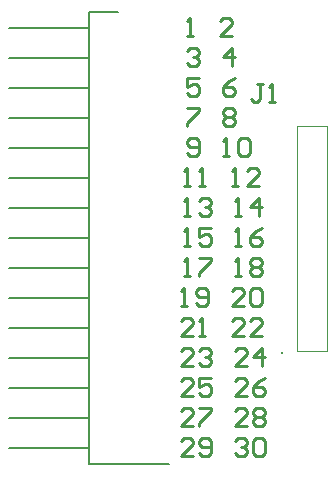
<source format=gto>
G04 Layer_Color=65535*
%FSLAX25Y25*%
%MOIN*%
G70*
G01*
G75*
%ADD10C,0.01000*%
%ADD15C,0.00787*%
%ADD16C,0.00394*%
%ADD17C,0.00787*%
D10*
X57749Y129848D02*
X55749D01*
X56749D01*
Y124850D01*
X55749Y123850D01*
X54750D01*
X53750Y124850D01*
X59748Y123850D02*
X61747D01*
X60748D01*
Y129848D01*
X59748Y128848D01*
X32500Y146000D02*
X34499D01*
X33500D01*
Y151998D01*
X32500Y150998D01*
X47495Y146000D02*
X43496D01*
X47495Y149999D01*
Y150998D01*
X46496Y151998D01*
X44496D01*
X43496Y150998D01*
X32500Y140998D02*
X33500Y141998D01*
X35499D01*
X36499Y140998D01*
Y139999D01*
X35499Y138999D01*
X34499D01*
X35499D01*
X36499Y137999D01*
Y137000D01*
X35499Y136000D01*
X33500D01*
X32500Y137000D01*
X47495Y136000D02*
Y141998D01*
X44496Y138999D01*
X48495D01*
X36499Y131998D02*
X32500D01*
Y128999D01*
X34499Y129999D01*
X35499D01*
X36499Y128999D01*
Y127000D01*
X35499Y126000D01*
X33500D01*
X32500Y127000D01*
X48495Y131998D02*
X46496Y130998D01*
X44496Y128999D01*
Y127000D01*
X45496Y126000D01*
X47495D01*
X48495Y127000D01*
Y127999D01*
X47495Y128999D01*
X44496D01*
X32500Y121998D02*
X36499D01*
Y120998D01*
X32500Y117000D01*
Y116000D01*
X44496Y120998D02*
X45496Y121998D01*
X47495D01*
X48495Y120998D01*
Y119999D01*
X47495Y118999D01*
X48495Y117999D01*
Y117000D01*
X47495Y116000D01*
X45496D01*
X44496Y117000D01*
Y117999D01*
X45496Y118999D01*
X44496Y119999D01*
Y120998D01*
X45496Y118999D02*
X47495D01*
X32500Y107000D02*
X33500Y106000D01*
X35499D01*
X36499Y107000D01*
Y110998D01*
X35499Y111998D01*
X33500D01*
X32500Y110998D01*
Y109999D01*
X33500Y108999D01*
X36499D01*
X44496Y106000D02*
X46496D01*
X45496D01*
Y111998D01*
X44496Y110998D01*
X49494D02*
X50494Y111998D01*
X52494D01*
X53493Y110998D01*
Y107000D01*
X52494Y106000D01*
X50494D01*
X49494Y107000D01*
Y110998D01*
X31500Y96000D02*
X33499D01*
X32500D01*
Y101998D01*
X31500Y100998D01*
X36498Y96000D02*
X38498D01*
X37498D01*
Y101998D01*
X36498Y100998D01*
X47495Y96000D02*
X49494D01*
X48494D01*
Y101998D01*
X47495Y100998D01*
X56492Y96000D02*
X52493D01*
X56492Y99999D01*
Y100998D01*
X55492Y101998D01*
X53493D01*
X52493Y100998D01*
X31500Y86000D02*
X33499D01*
X32500D01*
Y91998D01*
X31500Y90998D01*
X36498D02*
X37498Y91998D01*
X39497D01*
X40497Y90998D01*
Y89999D01*
X39497Y88999D01*
X38498D01*
X39497D01*
X40497Y87999D01*
Y87000D01*
X39497Y86000D01*
X37498D01*
X36498Y87000D01*
X48494Y86000D02*
X50494D01*
X49494D01*
Y91998D01*
X48494Y90998D01*
X56492Y86000D02*
Y91998D01*
X53493Y88999D01*
X57492D01*
X31500Y76000D02*
X33499D01*
X32500D01*
Y81998D01*
X31500Y80998D01*
X40497Y81998D02*
X36498D01*
Y78999D01*
X38498Y79999D01*
X39497D01*
X40497Y78999D01*
Y77000D01*
X39497Y76000D01*
X37498D01*
X36498Y77000D01*
X48494Y76000D02*
X50494D01*
X49494D01*
Y81998D01*
X48494Y80998D01*
X57492Y81998D02*
X55492Y80998D01*
X53493Y78999D01*
Y77000D01*
X54493Y76000D01*
X56492D01*
X57492Y77000D01*
Y77999D01*
X56492Y78999D01*
X53493D01*
X31500Y66000D02*
X33499D01*
X32500D01*
Y71998D01*
X31500Y70998D01*
X36498Y71998D02*
X40497D01*
Y70998D01*
X36498Y67000D01*
Y66000D01*
X48494D02*
X50494D01*
X49494D01*
Y71998D01*
X48494Y70998D01*
X53493D02*
X54493Y71998D01*
X56492D01*
X57492Y70998D01*
Y69999D01*
X56492Y68999D01*
X57492Y67999D01*
Y67000D01*
X56492Y66000D01*
X54493D01*
X53493Y67000D01*
Y67999D01*
X54493Y68999D01*
X53493Y69999D01*
Y70998D01*
X54493Y68999D02*
X56492D01*
X30500Y56000D02*
X32499D01*
X31500D01*
Y61998D01*
X30500Y60998D01*
X35498Y57000D02*
X36498Y56000D01*
X38497D01*
X39497Y57000D01*
Y60998D01*
X38497Y61998D01*
X36498D01*
X35498Y60998D01*
Y59999D01*
X36498Y58999D01*
X39497D01*
X51493Y56000D02*
X47495D01*
X51493Y59999D01*
Y60998D01*
X50494Y61998D01*
X48494D01*
X47495Y60998D01*
X53493D02*
X54492Y61998D01*
X56492D01*
X57491Y60998D01*
Y57000D01*
X56492Y56000D01*
X54492D01*
X53493Y57000D01*
Y60998D01*
X34499Y46000D02*
X30500D01*
X34499Y49999D01*
Y50998D01*
X33499Y51998D01*
X31500D01*
X30500Y50998D01*
X36498Y46000D02*
X38497D01*
X37498D01*
Y51998D01*
X36498Y50998D01*
X51493Y46000D02*
X47495D01*
X51493Y49999D01*
Y50998D01*
X50494Y51998D01*
X48494D01*
X47495Y50998D01*
X57491Y46000D02*
X53493D01*
X57491Y49999D01*
Y50998D01*
X56492Y51998D01*
X54492D01*
X53493Y50998D01*
X34499Y36000D02*
X30500D01*
X34499Y39999D01*
Y40998D01*
X33499Y41998D01*
X31500D01*
X30500Y40998D01*
X36498D02*
X37498Y41998D01*
X39497D01*
X40497Y40998D01*
Y39999D01*
X39497Y38999D01*
X38497D01*
X39497D01*
X40497Y37999D01*
Y37000D01*
X39497Y36000D01*
X37498D01*
X36498Y37000D01*
X52493Y36000D02*
X48494D01*
X52493Y39999D01*
Y40998D01*
X51493Y41998D01*
X49494D01*
X48494Y40998D01*
X57491Y36000D02*
Y41998D01*
X54492Y38999D01*
X58491D01*
X34499Y26000D02*
X30500D01*
X34499Y29999D01*
Y30998D01*
X33499Y31998D01*
X31500D01*
X30500Y30998D01*
X40497Y31998D02*
X36498D01*
Y28999D01*
X38497Y29999D01*
X39497D01*
X40497Y28999D01*
Y27000D01*
X39497Y26000D01*
X37498D01*
X36498Y27000D01*
X52493Y26000D02*
X48494D01*
X52493Y29999D01*
Y30998D01*
X51493Y31998D01*
X49494D01*
X48494Y30998D01*
X58491Y31998D02*
X56492Y30998D01*
X54492Y28999D01*
Y27000D01*
X55492Y26000D01*
X57491D01*
X58491Y27000D01*
Y27999D01*
X57491Y28999D01*
X54492D01*
X34499Y16000D02*
X30500D01*
X34499Y19999D01*
Y20998D01*
X33499Y21998D01*
X31500D01*
X30500Y20998D01*
X36498Y21998D02*
X40497D01*
Y20998D01*
X36498Y17000D01*
Y16000D01*
X52493D02*
X48494D01*
X52493Y19999D01*
Y20998D01*
X51493Y21998D01*
X49494D01*
X48494Y20998D01*
X54492D02*
X55492Y21998D01*
X57491D01*
X58491Y20998D01*
Y19999D01*
X57491Y18999D01*
X58491Y17999D01*
Y17000D01*
X57491Y16000D01*
X55492D01*
X54492Y17000D01*
Y17999D01*
X55492Y18999D01*
X54492Y19999D01*
Y20998D01*
X55492Y18999D02*
X57491D01*
X34499Y6000D02*
X30500D01*
X34499Y9999D01*
Y10998D01*
X33499Y11998D01*
X31500D01*
X30500Y10998D01*
X36498Y7000D02*
X37498Y6000D01*
X39497D01*
X40497Y7000D01*
Y10998D01*
X39497Y11998D01*
X37498D01*
X36498Y10998D01*
Y9999D01*
X37498Y8999D01*
X40497D01*
X48494Y10998D02*
X49494Y11998D01*
X51493D01*
X52493Y10998D01*
Y9999D01*
X51493Y8999D01*
X50494D01*
X51493D01*
X52493Y7999D01*
Y7000D01*
X51493Y6000D01*
X49494D01*
X48494Y7000D01*
X54492Y10998D02*
X55492Y11998D01*
X57491D01*
X58491Y10998D01*
Y7000D01*
X57491Y6000D01*
X55492D01*
X54492Y7000D01*
Y10998D01*
D15*
X64197Y40154D02*
D03*
D16*
X69098Y41000D02*
X78980D01*
Y116000D01*
X69098D02*
X78980D01*
X69098Y41000D02*
Y116000D01*
D17*
X-232Y3106D02*
X26500D01*
X-232D02*
Y153894D01*
X9610D01*
X-26807Y8500D02*
X-232D01*
X-26807Y18500D02*
X-232D01*
X-26807Y28500D02*
X-232D01*
X-26807Y38500D02*
X-232D01*
X-26807Y48500D02*
X-232D01*
X-26807Y58500D02*
X-232D01*
X-26807Y68500D02*
X-232D01*
X-26807Y78500D02*
X-232D01*
X-26807Y88500D02*
X-232D01*
X-26807Y98500D02*
X-232D01*
X-26807Y108500D02*
X-232D01*
X-26807Y118500D02*
X-232D01*
X-26807Y128500D02*
X-232D01*
X-26807Y138500D02*
X-232D01*
X-26807Y148500D02*
X-232D01*
M02*

</source>
